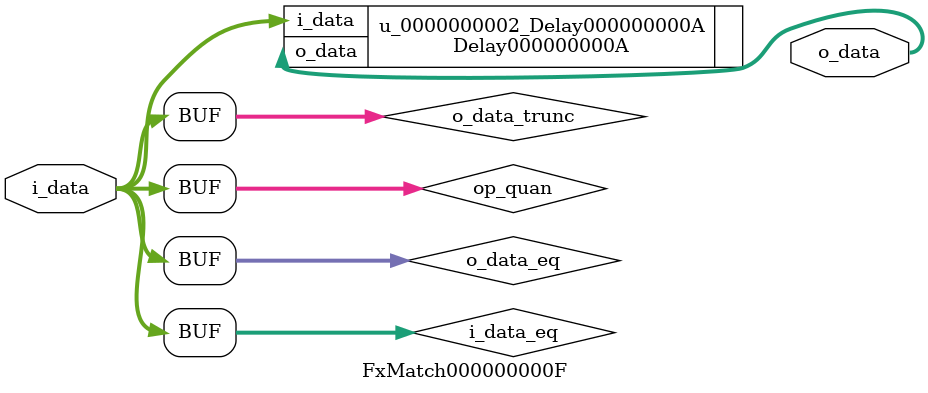
<source format=v>
 module FxMatch000000000F (
     i_data, o_data
 );
 input wire [15-1:0] i_data;     // Input data
 output wire [15-1:0] o_data;   // Output data
 //
 wire [15-1:0] i_data_eq;
 assign i_data_eq = i_data;
 wire [15-1:0] o_data_eq;
 // Quantization Stage
 // Perfect LSB match
 wire [15-1:0] op_quan; // Quantization output
 assign op_quan = i_data_eq;
 // Overflow Stage
 // Perfect MSB match
 assign o_data_eq = op_quan;
 wire [15-1:0] o_data_trunc;
 assign o_data_trunc = o_data_eq;
Delay000000000A  u_0000000002_Delay000000000A(.i_data(o_data_trunc), .o_data(o_data));
 endmodule

</source>
